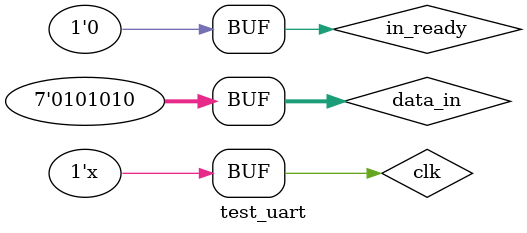
<source format=v>
module test_uart();

    parameter clks_per_bit = 2;

    //=====================================

    reg [6:0] data_in;
    reg clk;
    reg in_ready;

    wire [7:0] data_out;
    wire out_valid;

    //=====================================

    UART  #(.CLKS_PER_BIT(clks_per_bit)) uart (.data_in(data_in),
                                            .data_out(data_out),
                                            .clk(clk),
                                            .in_ready(in_ready),
                                            .out_valid(out_valid)
                                            );

    //=====================================

    initial begin
        clk = 0;
        in_ready = 0;
        #12
        in_ready = 1;
        data_in = 7'b1101101;
        #15
        in_ready = 0;
        //////////////////////////////////////////////
        #220
        in_ready = 1;
        data_in = 7'b0101010;
        #15
        in_ready = 0;
    end
    
    always #5 clk = ~clk;

endmodule

</source>
